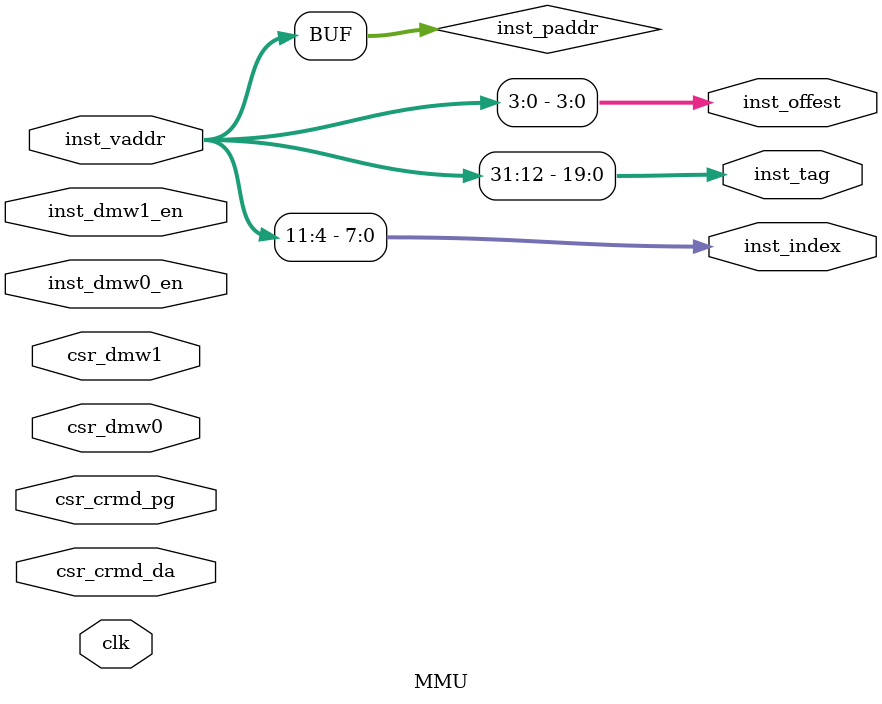
<source format=sv>
module MMU(
    input clk,
    //inst addr trans from IF
    input  [31:0]   inst_vaddr,
    input           inst_dmw0_en,
    input           inst_dmw1_en,
    output [ 7:0]   inst_index,
    output [19:0]   inst_tag,
    output [ 3:0]   inst_offest,
    //from csr
    input           csr_crmd_da,
    input           csr_crmd_pg,
    input  [31:0]   csr_dmw0,
    input  [31:0]   csr_dmw1,

);

    wire pg_mode = !csr_crmd_da &&  csr_crmd_pg;
    wire da_mode =  csr_crmd_da && !csr_crmd_pg;

    wire [31:0] inst_paddr;
    // assign inst_paddr = (pg_mode && inst_dmw0_en) ? {csr_dmw0[27:25], inst_vaddr[28:0]} :
    //                     (pg_mode && inst_dmw1_en) ? {csr_dmw1[27:25], inst_vaddr[28:0]} :
    //                     inst_vaddr;
    assign inst_paddr   = inst_vaddr;
    assign inst_tag     = inst_paddr[31:12];
    assign inst_index   = inst_paddr[11:4];
    assign inst_offest  = inst_paddr[3:0];

endmodule
</source>
